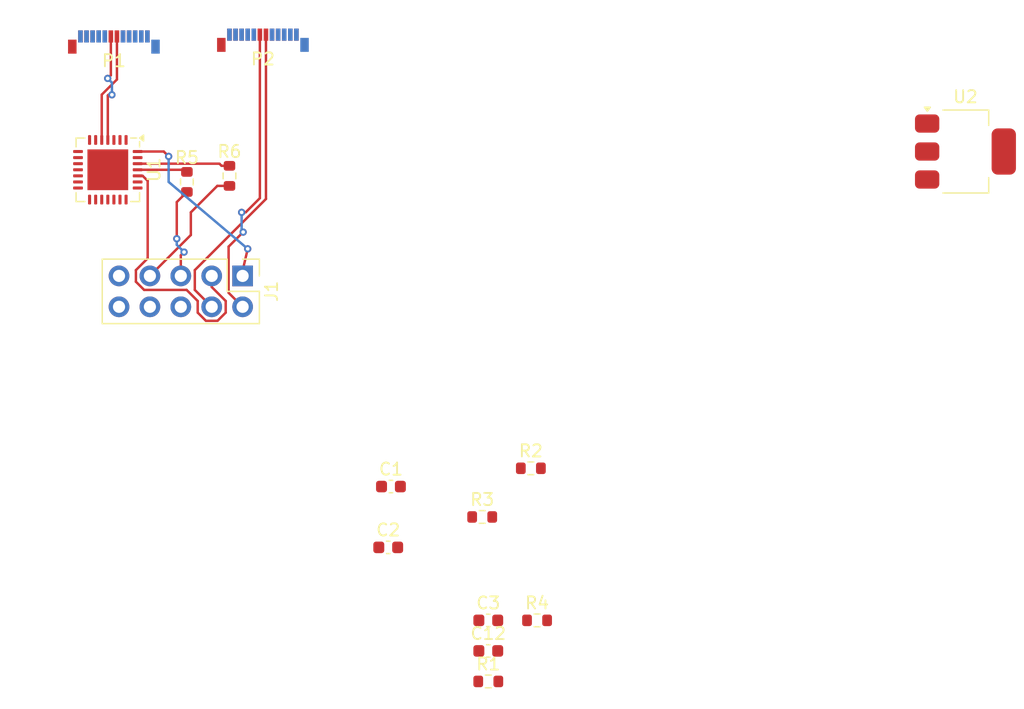
<source format=kicad_pcb>
(kicad_pcb (version 20241229) (generator "pcbnew") (generator_version "9.0")
  (layers (0 "F.Cu" signal) (2 "B.Cu" signal) (13 "F.Paste" user) (15 "B.Paste" user) (5 "F.SilkS" user "F.Silkscreen") (7 "B.SilkS" user "B.Silkscreen") (1 "F.Mask" user) (3 "B.Mask" user) (25 "Edge.Cuts" user))
  (net 0 "")
  (net 1 "+5V")
  (net 2 "GND")
  (net 3 "+3V3")
  (net 4 "Net-(U1-VBUS)")
  (net 5 "/RX")
  (net 6 "/USB_D-")
  (net 7 "/DTR")
  (net 8 "/TX")
  (net 9 "/USB_D+")
  (net 10 "/RTS")
  (net 11 "Net-(U1-~{RST})")
  (net 12 "Net-(U1-SUSPEND)")
  (net 13 "Net-(U1-TXD)")
  (net 38 "Net-(U1-RXD)")
  (footprint "Capacitor_SMD:C_0603_1608Metric" (layer "F.Cu") (at 52.775 67.55)
    (property "Reference" "C12" (at 0 -1.43 0) (layer "F.SilkS"))
    (property "Value" "1uF")
    (fp_line (start -0.14058 -0.51) (end 0.14058 -0.51) (stroke (width 0.12)) (layer "F.SilkS"))
    (fp_line (start -0.14058 0.51) (end 0.14058 0.51) (stroke (width 0.12)) (layer "F.SilkS"))
    (pad "1" smd roundrect (at -0.775 0) (size 0.9 0.95) (layers "F.Cu" "F.Mask" "F.Paste") (net 4 "Net-(U1-VBUS)"))
    (pad "2" smd roundrect (at 0.775 0) (size 0.9 0.95) (layers "F.Cu" "F.Mask" "F.Paste") (net 2 "GND"))
  )
  (footprint "Connector_PinHeader_2.54mm:PinHeader_2x05_P2.54mm_Vertical" (layer "F.Cu") (at 32.58 36.725 -90)
    (property "Reference" "J1" (at 1.27 -2.38 90) (layer "F.SilkS"))
    (property "Value" "Debug")
    (fp_line (start -1.38 11.54) (end 3.92 11.54) (stroke (width 0.12)) (layer "F.SilkS"))
    (fp_line (start -1.38 1.27) (end -1.38 11.54) (stroke (width 0.12)) (layer "F.SilkS"))
    (fp_line (start -1.38 1.27) (end 1.27 1.27) (stroke (width 0.12)) (layer "F.SilkS"))
    (fp_line (start 1.27 1.27) (end 1.27 -1.38) (stroke (width 0.12)) (layer "F.SilkS"))
    (fp_line (start -1.38 0) (end -1.38 -1.38) (stroke (width 0.12)) (layer "F.SilkS"))
    (fp_line (start -1.38 -1.38) (end 0 -1.38) (stroke (width 0.12)) (layer "F.SilkS"))
    (fp_line (start 1.27 -1.38) (end 3.92 -1.38) (stroke (width 0.12)) (layer "F.SilkS"))
    (fp_line (start 3.92 -1.38) (end 3.92 11.54) (stroke (width 0.12)) (layer "F.SilkS"))
    (pad "1" thru_hole rect (at 0 0 270) (size 1.7 1.7) (drill 1) (layers "*.Cu" "*.Mask") (net 7 "/DTR"))
    (pad "2" thru_hole circle (at 2.54 0 270) (size 1.7 1.7) (drill 1) (layers "*.Cu" "*.Mask") (net 9 "/USB_D+"))
    (pad "3" thru_hole circle (at 0 2.54 270) (size 1.7 1.7) (drill 1) (layers "*.Cu" "*.Mask") (net 10 "/RTS"))
    (pad "4" thru_hole circle (at 2.54 2.54 270) (size 1.7 1.7) (drill 1) (layers "*.Cu" "*.Mask") (net 6 "/USB_D-"))
    (pad "5" thru_hole circle (at 0 5.08 270) (size 1.7 1.7) (drill 1) (layers "*.Cu" "*.Mask") (net 8 "/TX"))
    (pad "6" thru_hole circle (at 2.54 5.08 270) (size 1.7 1.7) (drill 1) (layers "*.Cu" "*.Mask") (net 2 "GND"))
    (pad "7" thru_hole circle (at 0 7.62 270) (size 1.7 1.7) (drill 1) (layers "*.Cu" "*.Mask") (net 5 "/RX"))
    (pad "8" thru_hole circle (at 2.54 7.62 270) (size 1.7 1.7) (drill 1) (layers "*.Cu" "*.Mask") (net 2 "GND"))
    (pad "9" thru_hole circle (at 0 10.16 270) (size 1.7 1.7) (drill 1) (layers "*.Cu" "*.Mask") (net 2 "GND"))
    (pad "10" thru_hole circle (at 2.54 10.16 270) (size 1.7 1.7) (drill 1) (layers "*.Cu" "*.Mask") (net 2 "GND"))
  )
  (footprint "Resistor_SMD:R_0603_1608Metric" (layer "F.Cu") (at 52.775 70.06)
    (property "Reference" "R1" (at 0 -1.43 0) (layer "F.SilkS"))
    (property "Value" "1K")
    (fp_line (start -0.237258 -0.5225) (end 0.237258 -0.5225) (stroke (width 0.12)) (layer "F.SilkS"))
    (fp_line (start -0.237258 0.5225) (end 0.237258 0.5225) (stroke (width 0.12)) (layer "F.SilkS"))
    (pad "1" smd roundrect (at -0.825 0) (size 0.8 0.95) (layers "F.Cu" "F.Mask" "F.Paste") (net 3 "+3V3"))
    (pad "2" smd roundrect (at 0.825 0) (size 0.8 0.95) (layers "F.Cu" "F.Mask" "F.Paste") (net 11 "Net-(U1-~{RST})"))
  )
  (footprint "Resistor_SMD:R_0603_1608Metric" (layer "F.Cu") (at 31.5 28.5 -90)
    (property "Reference" "R6" (at -2 0 180) (layer "F.SilkS"))
    (property "Value" "0")
    (fp_line (start -0.237258 0.5225) (end 0.237258 0.5225) (stroke (width 0.12)) (layer "F.SilkS"))
    (fp_line (start -0.237258 -0.5225) (end 0.237258 -0.5225) (stroke (width 0.12)) (layer "F.SilkS"))
    (pad "1" smd roundrect (at -0.825 0 270) (size 0.8 0.95) (layers "F.Cu" "F.Mask" "F.Paste") (net 13 "Net-(U1-TXD)"))
    (pad "2" smd roundrect (at 0.825 0 270) (size 0.8 0.95) (layers "F.Cu" "F.Mask" "F.Paste") (net 5 "/RX"))
  )
  (footprint "Package_TO_SOT_SMD:SOT-223-3_TabPin2" (layer "F.Cu") (at 92 26.5)
    (property "Reference" "U2" (at 0 -4.5 0) (layer "F.SilkS"))
    (property "Value" "TLV1117-33")
    (fp_line (start -1.85 -3.41) (end 1.91 -3.41) (stroke (width 0.12)) (layer "F.SilkS"))
    (fp_line (start -1.85 3.41) (end 1.91 3.41) (stroke (width 0.12)) (layer "F.SilkS"))
    (fp_line (start 1.91 -3.41) (end 1.91 -2.15) (stroke (width 0.12)) (layer "F.SilkS"))
    (fp_line (start 1.91 3.41) (end 1.91 2.15) (stroke (width 0.12)) (layer "F.SilkS"))
    (fp_poly (pts (xy -3.13 -3.31) (xy -3.37 -3.64) (xy -2.89 -3.64) (xy -3.13 -3.31)) (stroke (width 0.12)) (fill yes) (layer "F.SilkS"))
    (pad "1" smd roundrect (at -3.15 -2.3) (size 2 1.5) (layers "F.Cu" "F.Mask" "F.Paste") (net 2 "GND"))
    (pad "2" smd roundrect (at -3.15 0) (size 2 1.5) (layers "F.Cu" "F.Mask" "F.Paste") (net 3 "+3V3"))
    (pad "2" smd roundrect (at 3.15 0) (size 2 3.8) (layers "F.Cu" "F.Mask" "F.Paste") (net 3 "+3V3"))
    (pad "3" smd roundrect (at -3.15 2.3) (size 2 1.5) (layers "F.Cu" "F.Mask" "F.Paste") (net 1 "+5V"))
  )
  (footprint "Connector_USB:USB_C_Plug_Molex_105444" (layer "F.Cu") (at 34.25 16.8525)
    (property "Reference" "P2" (at 0 2.04 0) (layer "F.SilkS"))
    (property "Value" "USB_C_Plug_USB2.0")
    (pad "A1" smd rect (at -2.75 0.04) (size 0.38 1) (layers "F.Cu" "F.Mask" "F.Paste") (net 2 "GND"))
    (pad "A2" smd rect (at -2.25 0.04) (size 0.38 1) (layers "F.Cu" "F.Mask" "F.Paste"))
    (pad "A3" smd rect (at -1.75 0.04) (size 0.38 1) (layers "F.Cu" "F.Mask" "F.Paste"))
    (pad "A4" smd rect (at -1.25 0.04) (size 0.38 1) (layers "F.Cu" "F.Mask" "F.Paste") (net 1 "+5V"))
    (pad "A5" smd rect (at -0.75 0.04) (size 0.38 1) (layers "F.Cu" "F.Mask" "F.Paste"))
    (pad "A6" smd rect (at -0.25 0.04) (size 0.38 1) (layers "F.Cu" "F.Mask" "F.Paste") (net 9 "/USB_D+"))
    (pad "A7" smd rect (at 0.25 0.04) (size 0.38 1) (layers "F.Cu" "F.Mask" "F.Paste") (net 6 "/USB_D-"))
    (pad "A8" smd rect (at 0.75 0.04) (size 0.38 1) (layers "F.Cu" "F.Mask" "F.Paste"))
    (pad "A9" smd rect (at 1.25 0.04) (size 0.38 1) (layers "F.Cu" "F.Mask" "F.Paste") (net 1 "+5V"))
    (pad "A10" smd rect (at 1.75 0.04) (size 0.38 1) (layers "F.Cu" "F.Mask" "F.Paste"))
    (pad "A11" smd rect (at 2.25 0.04) (size 0.38 1) (layers "F.Cu" "F.Mask" "F.Paste"))
    (pad "A12" smd rect (at 2.75 0.04) (size 0.38 1) (layers "F.Cu" "F.Mask" "F.Paste") (net 2 "GND"))
    (pad "B1" smd rect (at 2.75 0.04) (size 0.38 1) (layers "B.Cu" "B.Mask" "B.Paste") (net 2 "GND"))
    (pad "B2" smd rect (at 2.25 0.04) (size 0.38 1) (layers "B.Cu" "B.Mask" "B.Paste"))
    (pad "B3" smd rect (at 1.75 0.04) (size 0.38 1) (layers "B.Cu" "B.Mask" "B.Paste"))
    (pad "B4" smd rect (at 1.25 0.04) (size 0.38 1) (layers "B.Cu" "B.Mask" "B.Paste") (net 1 "+5V"))
    (pad "B5" smd rect (at 0.75 0.04) (size 0.38 1) (layers "B.Cu" "B.Mask" "B.Paste"))
    (pad "B8" smd rect (at -0.75 0.04) (size 0.38 1) (layers "B.Cu" "B.Mask" "B.Paste"))
    (pad "B9" smd rect (at -1.25 0.04) (size 0.38 1) (layers "B.Cu" "B.Mask" "B.Paste") (net 1 "+5V"))
    (pad "B10" smd rect (at -1.75 0.04) (size 0.38 1) (layers "B.Cu" "B.Mask" "B.Paste"))
    (pad "B11" smd rect (at -2.25 0.04) (size 0.38 1) (layers "B.Cu" "B.Mask" "B.Paste"))
    (pad "B12" smd rect (at -2.75 0.04) (size 0.38 1) (layers "B.Cu" "B.Mask" "B.Paste") (net 2 "GND"))
    (pad "S1" smd rect (at -3.42 0.88) (size 0.7 1.15) (layers "F.Cu" "F.Mask" "F.Paste"))
    (pad "S1" smd rect (at 3.42 0.88) (size 0.7 1.15) (layers "B.Cu" "B.Mask" "B.Paste"))
  )
  (footprint "Resistor_SMD:R_0603_1608Metric" (layer "F.Cu") (at 56.785 65.04)
    (property "Reference" "R4" (at 0 -1.43 0) (layer "F.SilkS"))
    (property "Value" "10K")
    (fp_line (start -0.237258 -0.5225) (end 0.237258 -0.5225) (stroke (width 0.12)) (layer "F.SilkS"))
    (fp_line (start -0.237258 0.5225) (end 0.237258 0.5225) (stroke (width 0.12)) (layer "F.SilkS"))
    (pad "1" smd roundrect (at -0.825 0) (size 0.8 0.95) (layers "F.Cu" "F.Mask" "F.Paste") (net 12 "Net-(U1-SUSPEND)"))
    (pad "2" smd roundrect (at 0.825 0) (size 0.8 0.95) (layers "F.Cu" "F.Mask" "F.Paste") (net 2 "GND"))
  )
  (footprint "Capacitor_SMD:C_0603_1608Metric" (layer "F.Cu") (at 44.55 59.04)
    (property "Reference" "C2" (at 0 -1.43 0) (layer "F.SilkS"))
    (property "Value" "100uF")
    (fp_line (start -0.14058 -0.51) (end 0.14058 -0.51) (stroke (width 0.12)) (layer "F.SilkS"))
    (fp_line (start -0.14058 0.51) (end 0.14058 0.51) (stroke (width 0.12)) (layer "F.SilkS"))
    (pad "1" smd roundrect (at -0.775 0) (size 0.9 0.95) (layers "F.Cu" "F.Mask" "F.Paste") (net 3 "+3V3"))
    (pad "2" smd roundrect (at 0.775 0) (size 0.9 0.95) (layers "F.Cu" "F.Mask" "F.Paste") (net 2 "GND"))
  )
  (footprint "Resistor_SMD:R_0603_1608Metric" (layer "F.Cu") (at 52.275 56.54)
    (property "Reference" "R3" (at 0 -1.43 0) (layer "F.SilkS"))
    (property "Value" "47.5K")
    (fp_line (start -0.237258 -0.5225) (end 0.237258 -0.5225) (stroke (width 0.12)) (layer "F.SilkS"))
    (fp_line (start -0.237258 0.5225) (end 0.237258 0.5225) (stroke (width 0.12)) (layer "F.SilkS"))
    (pad "1" smd roundrect (at -0.825 0) (size 0.8 0.95) (layers "F.Cu" "F.Mask" "F.Paste") (net 4 "Net-(U1-VBUS)"))
    (pad "2" smd roundrect (at 0.825 0) (size 0.8 0.95) (layers "F.Cu" "F.Mask" "F.Paste") (net 2 "GND"))
  )
  (footprint "Resistor_SMD:R_0603_1608Metric" (layer "F.Cu") (at 28 29 90)
    (property "Reference" "R5" (at 2 0 180) (layer "F.SilkS"))
    (property "Value" "0")
    (fp_line (start -0.237258 -0.5225) (end 0.237258 -0.5225) (stroke (width 0.12)) (layer "F.SilkS"))
    (fp_line (start -0.237258 0.5225) (end 0.237258 0.5225) (stroke (width 0.12)) (layer "F.SilkS"))
    (pad "1" smd roundrect (at -0.825 0 90) (size 0.8 0.95) (layers "F.Cu" "F.Mask" "F.Paste") (net 8 "/TX"))
    (pad "2" smd roundrect (at 0.825 0 90) (size 0.8 0.95) (layers "F.Cu" "F.Mask" "F.Paste") (net 38 "Net-(U1-RXD)"))
  )
  (footprint "Connector_USB:USB_C_Plug_Molex_105444" (layer "F.Cu") (at 22 17)
    (property "Reference" "P1" (at 0 2.04 0) (layer "F.SilkS"))
    (property "Value" "USB_C_Plug_USB2.0")
    (pad "A1" smd rect (at -2.75 0.04) (size 0.38 1) (layers "F.Cu" "F.Mask" "F.Paste") (net 2 "GND"))
    (pad "A2" smd rect (at -2.25 0.04) (size 0.38 1) (layers "F.Cu" "F.Mask" "F.Paste"))
    (pad "A3" smd rect (at -1.75 0.04) (size 0.38 1) (layers "F.Cu" "F.Mask" "F.Paste"))
    (pad "A4" smd rect (at -1.25 0.04) (size 0.38 1) (layers "F.Cu" "F.Mask" "F.Paste") (net 1 "+5V"))
    (pad "A5" smd rect (at -0.75 0.04) (size 0.38 1) (layers "F.Cu" "F.Mask" "F.Paste"))
    (pad "A6" smd rect (at -0.25 0.04) (size 0.38 1) (layers "F.Cu" "F.Mask" "F.Paste") (net 9 "/USB_D+"))
    (pad "A7" smd rect (at 0.25 0.04) (size 0.38 1) (layers "F.Cu" "F.Mask" "F.Paste") (net 6 "/USB_D-"))
    (pad "A8" smd rect (at 0.75 0.04) (size 0.38 1) (layers "F.Cu" "F.Mask" "F.Paste"))
    (pad "A9" smd rect (at 1.25 0.04) (size 0.38 1) (layers "F.Cu" "F.Mask" "F.Paste") (net 1 "+5V"))
    (pad "A10" smd rect (at 1.75 0.04) (size 0.38 1) (layers "F.Cu" "F.Mask" "F.Paste"))
    (pad "A11" smd rect (at 2.25 0.04) (size 0.38 1) (layers "F.Cu" "F.Mask" "F.Paste"))
    (pad "A12" smd rect (at 2.75 0.04) (size 0.38 1) (layers "F.Cu" "F.Mask" "F.Paste") (net 2 "GND"))
    (pad "B1" smd rect (at 2.75 0.04) (size 0.38 1) (layers "B.Cu" "B.Mask" "B.Paste") (net 2 "GND"))
    (pad "B2" smd rect (at 2.25 0.04) (size 0.38 1) (layers "B.Cu" "B.Mask" "B.Paste"))
    (pad "B3" smd rect (at 1.75 0.04) (size 0.38 1) (layers "B.Cu" "B.Mask" "B.Paste"))
    (pad "B4" smd rect (at 1.25 0.04) (size 0.38 1) (layers "B.Cu" "B.Mask" "B.Paste") (net 1 "+5V"))
    (pad "B5" smd rect (at 0.75 0.04) (size 0.38 1) (layers "B.Cu" "B.Mask" "B.Paste"))
    (pad "B8" smd rect (at -0.75 0.04) (size 0.38 1) (layers "B.Cu" "B.Mask" "B.Paste"))
    (pad "B9" smd rect (at -1.25 0.04) (size 0.38 1) (layers "B.Cu" "B.Mask" "B.Paste") (net 1 "+5V"))
    (pad "B10" smd rect (at -1.75 0.04) (size 0.38 1) (layers "B.Cu" "B.Mask" "B.Paste"))
    (pad "B11" smd rect (at -2.25 0.04) (size 0.38 1) (layers "B.Cu" "B.Mask" "B.Paste"))
    (pad "B12" smd rect (at -2.75 0.04) (size 0.38 1) (layers "B.Cu" "B.Mask" "B.Paste") (net 2 "GND"))
    (pad "S1" smd rect (at -3.42 0.88) (size 0.7 1.15) (layers "F.Cu" "F.Mask" "F.Paste"))
    (pad "S1" smd rect (at 3.42 0.88) (size 0.7 1.15) (layers "B.Cu" "B.Mask" "B.Paste"))
  )
  (footprint "Capacitor_SMD:C_0603_1608Metric" (layer "F.Cu") (at 44.775 54.04)
    (property "Reference" "C1" (at 0 -1.43 0) (layer "F.SilkS"))
    (property "Value" "10uF")
    (fp_line (start -0.14058 -0.51) (end 0.14058 -0.51) (stroke (width 0.12)) (layer "F.SilkS"))
    (fp_line (start -0.14058 0.51) (end 0.14058 0.51) (stroke (width 0.12)) (layer "F.SilkS"))
    (pad "1" smd roundrect (at -0.775 0) (size 0.9 0.95) (layers "F.Cu" "F.Mask" "F.Paste") (net 1 "+5V"))
    (pad "2" smd roundrect (at 0.775 0) (size 0.9 0.95) (layers "F.Cu" "F.Mask" "F.Paste") (net 2 "GND"))
  )
  (footprint "Package_DFN_QFN:QFN-28-1EP_5x5mm_P0.5mm_EP3.35x3.35mm" (layer "F.Cu") (at 21.5 28 -90)
    (property "Reference" "U1" (at 0 -3.8 90) (layer "F.SilkS"))
    (property "Value" "CP2102N-Axx-xQFN28")
    (fp_line (start -2.61 2.61) (end -2.61 1.885) (stroke (width 0.12)) (layer "F.SilkS"))
    (fp_line (start -1.885 2.61) (end -2.61 2.61) (stroke (width 0.12)) (layer "F.SilkS"))
    (fp_line (start 1.885 2.61) (end 2.61 2.61) (stroke (width 0.12)) (layer "F.SilkS"))
    (fp_line (start 2.61 2.61) (end 2.61 1.885) (stroke (width 0.12)) (layer "F.SilkS"))
    (fp_line (start -2.61 -1.885) (end -2.61 -2.37) (stroke (width 0.12)) (layer "F.SilkS"))
    (fp_line (start -1.885 -2.61) (end -2.31 -2.61) (stroke (width 0.12)) (layer "F.SilkS"))
    (fp_line (start 1.885 -2.61) (end 2.61 -2.61) (stroke (width 0.12)) (layer "F.SilkS"))
    (fp_line (start 2.61 -2.61) (end 2.61 -1.885) (stroke (width 0.12)) (layer "F.SilkS"))
    (fp_poly (pts (xy -2.61 -2.61) (xy -2.85 -2.94) (xy -2.37 -2.94)) (stroke (width 0.12)) (fill yes) (layer "F.SilkS"))
    (pad "1" smd roundrect (at -2.45 -1.5 270) (size 0.8 0.25) (layers "F.Cu" "F.Mask" "F.Paste"))
    (pad "2" smd roundrect (at -2.45 -1 270) (size 0.8 0.25) (layers "F.Cu" "F.Mask" "F.Paste"))
    (pad "3" smd roundrect (at -2.45 -0.5 270) (size 0.8 0.25) (layers "F.Cu" "F.Mask" "F.Paste") (net 2 "GND"))
    (pad "4" smd roundrect (at -2.45 0 270) (size 0.8 0.25) (layers "F.Cu" "F.Mask" "F.Paste") (net 9 "/USB_D+"))
    (pad "5" smd roundrect (at -2.45 0.5 270) (size 0.8 0.25) (layers "F.Cu" "F.Mask" "F.Paste") (net 6 "/USB_D-"))
    (pad "6" smd roundrect (at -2.45 1 270) (size 0.8 0.25) (layers "F.Cu" "F.Mask" "F.Paste") (net 3 "+3V3"))
    (pad "7" smd roundrect (at -2.45 1.5 270) (size 0.8 0.25) (layers "F.Cu" "F.Mask" "F.Paste") (net 3 "+3V3"))
    (pad "8" smd roundrect (at -1.5 2.45 270) (size 0.25 0.8) (layers "F.Cu" "F.Mask" "F.Paste") (net 4 "Net-(U1-VBUS)"))
    (pad "9" smd roundrect (at -1 2.45 270) (size 0.25 0.8) (layers "F.Cu" "F.Mask" "F.Paste") (net 11 "Net-(U1-~{RST})"))
    (pad "10" smd roundrect (at -0.5 2.45 270) (size 0.25 0.8) (layers "F.Cu" "F.Mask" "F.Paste"))
    (pad "11" smd roundrect (at 0 2.45 270) (size 0.25 0.8) (layers "F.Cu" "F.Mask" "F.Paste"))
    (pad "12" smd roundrect (at 0.5 2.45 270) (size 0.25 0.8) (layers "F.Cu" "F.Mask" "F.Paste") (net 12 "Net-(U1-SUSPEND)"))
    (pad "13" smd roundrect (at 1 2.45 270) (size 0.25 0.8) (layers "F.Cu" "F.Mask" "F.Paste"))
    (pad "14" smd roundrect (at 1.5 2.45 270) (size 0.25 0.8) (layers "F.Cu" "F.Mask" "F.Paste"))
    (pad "15" smd roundrect (at 2.45 1.5 270) (size 0.8 0.25) (layers "F.Cu" "F.Mask" "F.Paste"))
    (pad "16" smd roundrect (at 2.45 1 270) (size 0.8 0.25) (layers "F.Cu" "F.Mask" "F.Paste"))
    (pad "17" smd roundrect (at 2.45 0.5 270) (size 0.8 0.25) (layers "F.Cu" "F.Mask" "F.Paste"))
    (pad "18" smd roundrect (at 2.45 0 270) (size 0.8 0.25) (layers "F.Cu" "F.Mask" "F.Paste"))
    (pad "19" smd roundrect (at 2.45 -0.5 270) (size 0.8 0.25) (layers "F.Cu" "F.Mask" "F.Paste"))
    (pad "20" smd roundrect (at 2.45 -1 270) (size 0.8 0.25) (layers "F.Cu" "F.Mask" "F.Paste"))
    (pad "21" smd roundrect (at 2.45 -1.5 270) (size 0.8 0.25) (layers "F.Cu" "F.Mask" "F.Paste"))
    (pad "22" smd roundrect (at 1.5 -2.45 270) (size 0.25 0.8) (layers "F.Cu" "F.Mask" "F.Paste"))
    (pad "23" smd roundrect (at 1 -2.45 270) (size 0.25 0.8) (layers "F.Cu" "F.Mask" "F.Paste"))
    (pad "24" smd roundrect (at 0.5 -2.45 270) (size 0.25 0.8) (layers "F.Cu" "F.Mask" "F.Paste") (net 10 "/RTS"))
    (pad "25" smd roundrect (at 0 -2.45 270) (size 0.25 0.8) (layers "F.Cu" "F.Mask" "F.Paste") (net 38 "Net-(U1-RXD)"))
    (pad "26" smd roundrect (at -0.5 -2.45 270) (size 0.25 0.8) (layers "F.Cu" "F.Mask" "F.Paste") (net 13 "Net-(U1-TXD)"))
    (pad "27" smd roundrect (at -1 -2.45 270) (size 0.25 0.8) (layers "F.Cu" "F.Mask" "F.Paste"))
    (pad "28" smd roundrect (at -1.5 -2.45 270) (size 0.25 0.8) (layers "F.Cu" "F.Mask" "F.Paste") (net 7 "/DTR"))
    (pad "29" smd rect (at 0 0 270) (size 3.35 3.35) (property pad_prop_heatsink) (layers "F.Cu" "F.Mask") (net 2 "GND"))
  )
  (footprint "Capacitor_SMD:C_0603_1608Metric" (layer "F.Cu") (at 52.775 65.04)
    (property "Reference" "C3" (at 0 -1.43 0) (layer "F.SilkS"))
    (property "Value" "10uF")
    (fp_line (start -0.14058 -0.51) (end 0.14058 -0.51) (stroke (width 0.12)) (layer "F.SilkS"))
    (fp_line (start -0.14058 0.51) (end 0.14058 0.51) (stroke (width 0.12)) (layer "F.SilkS"))
    (pad "1" smd roundrect (at -0.775 0) (size 0.9 0.95) (layers "F.Cu" "F.Mask" "F.Paste") (net 3 "+3V3"))
    (pad "2" smd roundrect (at 0.775 0) (size 0.9 0.95) (layers "F.Cu" "F.Mask" "F.Paste") (net 2 "GND"))
  )
  (footprint "Resistor_SMD:R_0603_1608Metric" (layer "F.Cu") (at 56.275 52.54)
    (property "Reference" "R2" (at 0 -1.43 0) (layer "F.SilkS"))
    (property "Value" "22.1K")
    (fp_line (start -0.237258 -0.5225) (end 0.237258 -0.5225) (stroke (width 0.12)) (layer "F.SilkS"))
    (fp_line (start -0.237258 0.5225) (end 0.237258 0.5225) (stroke (width 0.12)) (layer "F.SilkS"))
    (pad "1" smd roundrect (at -0.825 0) (size 0.8 0.95) (layers "F.Cu" "F.Mask" "F.Paste") (net 1 "+5V"))
    (pad "2" smd roundrect (at 0.825 0) (size 0.8 0.95) (layers "F.Cu" "F.Mask" "F.Paste") (net 4 "Net-(U1-VBUS)"))
  )
  (segment (start 28.325 33.36) (end 24.96 36.725) (width 0.2) (layer "F.Cu") (net 5))
  (segment (start 31.5 29.325) (end 30.5 29.325) (width 0.2) (layer "F.Cu") (net 5))
  (segment (start 30.5 29.325) (end 28.325 31.5) (width 0.2) (layer "F.Cu") (net 5))
  (segment (start 28.325 31.5) (end 28.325 33.36) (width 0.2) (layer "F.Cu") (net 5))
  (segment (start 21 25.55) (end 21 21.827) (width 0.2) (layer "F.Cu") (net 6))
  (segment (start 28.651 36.24824) (end 28.651 37.876) (width 0.2) (layer "F.Cu") (net 6))
  (segment (start 34.5 16.8925) (end 34.5 30.39924) (width 0.2) (layer "F.Cu") (net 6))
  (segment (start 22.25 20.577) (end 22.25 17.04) (width 0.2) (layer "F.Cu") (net 6))
  (segment (start 28.651 37.876) (end 30.04 39.265) (width 0.2) (layer "F.Cu") (net 6))
  (segment (start 34.5 30.39924) (end 28.651 36.24824) (width 0.2) (layer "F.Cu") (net 6))
  (segment (start 21 21.827) (end 22.25 20.577) (width 0.2) (layer "F.Cu") (net 6))
  (segment (start 23.95 26.5) (end 26.1 26.5) (width 0.2) (layer "F.Cu") (net 7))
  (segment (start 32.5 36.645) (end 32.58 36.725) (width 0.2) (layer "F.Cu") (net 7))
  (segment (start 26.1 26.5) (end 26.5 26.9) (width 0.2) (layer "F.Cu") (net 7))
  (segment (start 33 34.5) (end 32.5 36.645) (width 0.2) (layer "F.Cu") (net 7))
  (via (at 26.5 26.9) (size 0.6) (drill 0.3) (layers "F.Cu" "B.Cu") (net 7))
  (via (at 33 34.5) (size 0.6) (drill 0.3) (layers "F.Cu" "B.Cu") (net 7))
  (segment (start 26.5 29) (end 26.5 26.9) (width 0.2) (layer "B.Cu") (net 7))
  (segment (start 33 34.5) (end 26.5 29) (width 0.2) (layer "B.Cu") (net 7))
  (segment (start 27.168235 30.656765) (end 27.168235 33.668235) (width 0.2) (layer "F.Cu") (net 8))
  (segment (start 27.5 35.03353) (end 27.5 36.725) (width 0.2) (layer "F.Cu") (net 8))
  (segment (start 27.766765 34.766765) (end 27.5 35.03353) (width 0.2) (layer "F.Cu") (net 8))
  (segment (start 28 29.825) (end 27.168235 30.656765) (width 0.2) (layer "F.Cu") (net 8))
  (via (at 27.766765 34.766765) (size 0.6) (drill 0.3) (layers "F.Cu" "B.Cu") (net 8))
  (via (at 27.168235 33.668235) (size 0.6) (drill 0.3) (layers "F.Cu" "B.Cu") (net 8))
  (segment (start 27.168235 34.168235) (end 27.766765 34.766765) (width 0.2) (layer "B.Cu") (net 8))
  (segment (start 27.168235 33.668235) (end 27.168235 34.168235) (width 0.2) (layer "B.Cu") (net 8))
  (segment (start 21.5 21.8941) (end 21.556335 21.837765) (width 0.2) (layer "F.Cu") (net 9))
  (segment (start 32.623885 33.123885) (end 31.429 34.31877) (width 0.2) (layer "F.Cu") (net 9))
  (segment (start 32.83214 31.5) (end 32.5 31.5) (width 0.2) (layer "F.Cu") (net 9))
  (segment (start 21.75 20.22847) (end 21.75 17.04) (width 0.2) (layer "F.Cu") (net 9))
  (segment (start 21.489235 20.489235) (end 21.75 20.22847) (width 0.2) (layer "F.Cu") (net 9))
  (segment (start 21.5 25.55) (end 21.5 21.8941) (width 0.2) (layer "F.Cu") (net 9))
  (segment (start 21.556335 21.837765) (end 21.837765 21.837765) (width 0.2) (layer "F.Cu") (net 9))
  (segment (start 34 30.33214) (end 32.83214 31.5) (width 0.2) (layer "F.Cu") (net 9))
  (segment (start 34 16.8925) (end 34 30.33214) (width 0.2) (layer "F.Cu") (net 9))
  (segment (start 31.429 38.114) (end 32.58 39.265) (width 0.2) (layer "F.Cu") (net 9))
  (segment (start 31.429 34.31877) (end 31.429 38.114) (width 0.2) (layer "F.Cu") (net 9))
  (via (at 21.837765 21.837765) (size 0.6) (drill 0.3) (layers "F.Cu" "B.Cu") (net 9))
  (via (at 32.5 31.5) (size 0.6) (drill 0.3) (layers "F.Cu" "B.Cu") (net 9))
  (via (at 32.623885 33.123885) (size 0.6) (drill 0.3) (layers "F.Cu" "B.Cu") (net 9))
  (via (at 21.489235 20.489235) (size 0.6) (drill 0.3) (layers "F.Cu" "B.Cu") (net 9))
  (segment (start 32.5 33) (end 32.623885 33.123885) (width 0.2) (layer "B.Cu") (net 9))
  (segment (start 21.837765 21.837765) (end 21.837765 20.837765) (width 0.2) (layer "B.Cu") (net 9))
  (segment (start 32.5 31.5) (end 32.5 33) (width 0.2) (layer "B.Cu") (net 9))
  (segment (start 21.837765 20.837765) (end 21.489235 20.489235) (width 0.2) (layer "B.Cu") (net 9))
  (segment (start 24.777734 28.911936) (end 24.777734 35.279506) (width 0.2) (layer "F.Cu") (net 10))
  (segment (start 28.889 38.78824) (end 28.889 39.74176) (width 0.2) (layer "F.Cu") (net 10))
  (segment (start 23.95 28.5) (end 24.365798 28.5) (width 0.2) (layer "F.Cu") (net 10))
  (segment (start 23.809 36.24824) (end 23.809 37.20176) (width 0.2) (layer "F.Cu") (net 10))
  (segment (start 23.809 37.20176) (end 24.48324 37.876) (width 0.2) (layer "F.Cu") (net 10))
  (segment (start 31.191 39.74176) (end 31.191 38.78824) (width 0.2) (layer "F.Cu") (net 10))
  (segment (start 30.04 37.63724) (end 30.04 36.725) (width 0.2) (layer "F.Cu") (net 10))
  (segment (start 24.777734 35.279506) (end 23.809 36.24824) (width 0.2) (layer "F.Cu") (net 10))
  (segment (start 29.56324 40.416) (end 30.51676 40.416) (width 0.2) (layer "F.Cu") (net 10))
  (segment (start 24.48324 37.876) (end 27.97676 37.876) (width 0.2) (layer "F.Cu") (net 10))
  (segment (start 30.51676 40.416) (end 31.191 39.74176) (width 0.2) (layer "F.Cu") (net 10))
  (segment (start 31.191 38.78824) (end 30.04 37.63724) (width 0.2) (layer "F.Cu") (net 10))
  (segment (start 27.97676 37.876) (end 28.889 38.78824) (width 0.2) (layer "F.Cu") (net 10))
  (segment (start 28.889 39.74176) (end 29.56324 40.416) (width 0.2) (layer "F.Cu") (net 10))
  (segment (start 24.365798 28.5) (end 24.777734 28.911936) (width 0.2) (layer "F.Cu") (net 10))
  (segment (start 23.95 27.5) (end 30.675 27.5) (width 0.2) (layer "F.Cu") (net 13))
  (segment (start 30.85 27.675) (end 31.5 27.675) (width 0.2) (layer "F.Cu") (net 13))
  (segment (start 30.675 27.5) (end 30.85 27.675) (width 0.2) (layer "F.Cu") (net 13))
  (segment (start 23.95 28) (end 27.825 28) (width 0.2) (layer "F.Cu") (net 38))
  (segment (start 27.825 28) (end 28 28.175) (width 0.2) (layer "F.Cu") (net 38))
)
</source>
